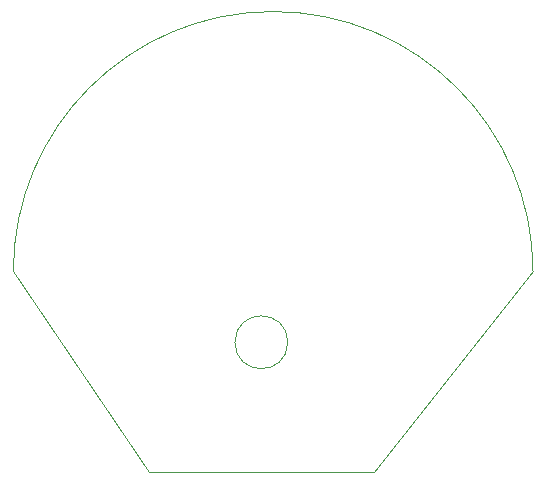
<source format=gm1>
%TF.GenerationSoftware,KiCad,Pcbnew,9.0.4*%
%TF.CreationDate,2025-10-02T17:08:24-05:00*%
%TF.ProjectId,firstExcercise,66697273-7445-4786-9365-72636973652e,rev?*%
%TF.SameCoordinates,Original*%
%TF.FileFunction,Profile,NP*%
%FSLAX46Y46*%
G04 Gerber Fmt 4.6, Leading zero omitted, Abs format (unit mm)*
G04 Created by KiCad (PCBNEW 9.0.4) date 2025-10-02 17:08:24*
%MOMM*%
%LPD*%
G01*
G04 APERTURE LIST*
%TA.AperFunction,Profile*%
%ADD10C,0.050000*%
%TD*%
G04 APERTURE END LIST*
D10*
X136236068Y-89000000D02*
G75*
G02*
X131763932Y-89000000I-2236068J0D01*
G01*
X131763932Y-89000000D02*
G75*
G02*
X136236068Y-89000000I2236068J0D01*
G01*
X124500000Y-100000000D02*
X143500000Y-100000000D01*
X143500000Y-100000000D02*
X157000000Y-83000000D01*
X113000000Y-83000000D02*
X124500000Y-100000000D01*
X113000000Y-83000000D02*
G75*
G02*
X157000000Y-83000000I22000000J0D01*
G01*
M02*

</source>
